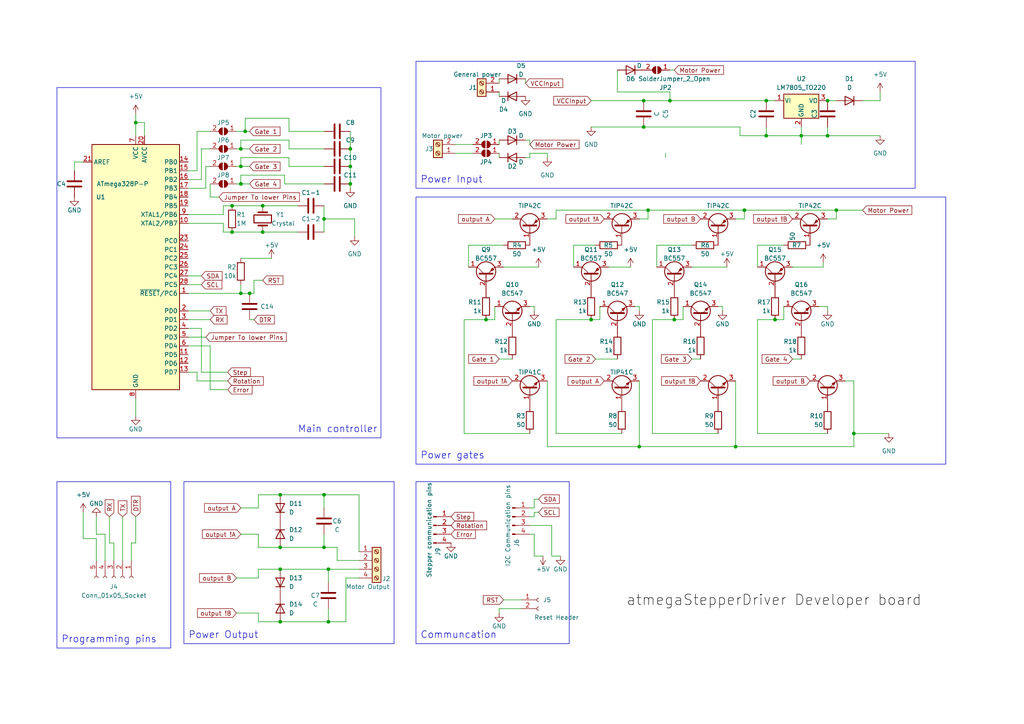
<source format=kicad_sch>
(kicad_sch (version 20230121) (generator eeschema)
  (paper "A4")
  (title_block (title "atmegaStepperDriver Developer board") (date "2023-08-09") (rev "v0.7.1"))
  (junction (at 69.85 53.34))
  (junction (at 101.6 48.26))
  (junction (at 76.2 67.31))
  (junction (at 81.28 158.75))
  (junction (at 93.98 143.51))
  (junction (at 213.36 129.54))
  (junction (at 67.31 67.31))
  (junction (at 39.37 35.56))
  (junction (at 101.6 43.18))
  (junction (at 93.98 63.5))
  (junction (at 224.79 92.71))
  (junction (at 186.69 36.83))
  (junction (at 69.85 85.09))
  (junction (at 185.42 129.54))
  (junction (at 247.65 125.73))
  (junction (at 232.41 39.37))
  (junction (at 67.31 59.69))
  (junction (at 76.2 59.69))
  (junction (at 71.12 38.1))
  (junction (at 240.03 39.37))
  (junction (at 140.97 92.71))
  (junction (at 222.25 29.21))
  (junction (at 69.85 43.18))
  (junction (at 93.98 158.75))
  (junction (at 81.28 165.1))
  (junction (at 194.31 29.21))
  (junction (at 195.58 92.71))
  (junction (at 101.6 53.34))
  (junction (at 171.45 92.71))
  (junction (at 187.96 60.96))
  (junction (at 95.25 165.1))
  (junction (at 95.25 180.34))
  (junction (at 215.9 60.96))
  (junction (at 81.28 143.51))
  (junction (at 81.28 180.34))
  (junction (at 222.25 39.37))
  (junction (at 242.57 60.96))
  (junction (at 69.85 48.26))
  (junction (at 240.03 29.21))
  (junction (at 186.69 29.21))
  (junction (at 72.39 85.09))
  (wire (pts (xy 185.42 88.9) (xy 184.15 88.9)))
  (wire (pts (xy 31.75 149.86) (xy 31.75 157.48)))
  (wire (pts (xy 60.96 38.1) (xy 57.15 38.1)))
  (wire (pts (xy 171.45 29.21) (xy 186.69 29.21)))
  (wire (pts (xy 242.57 60.96) (xy 242.57 63.5)))
  (wire (pts (xy 69.85 154.94) (xy 74.93 154.94)))
  (wire (pts (xy 161.29 60.96) (xy 187.96 60.96)))
  (wire (pts (xy 58.42 107.95) (xy 66.04 107.95)))
  (wire (pts (xy 39.37 157.48) (xy 38.1 157.48)))
  (wire (pts (xy 39.37 149.86) (xy 39.37 157.48)))
  (wire (pts (xy 60.96 53.34) (xy 60.96 57.15)))
  (wire (pts (xy 242.57 29.21) (xy 240.03 29.21)))
  (wire (pts (xy 93.98 154.94) (xy 93.98 158.75)))
  (wire (pts (xy 158.75 110.49) (xy 158.75 129.54)))
  (wire (pts (xy 54.61 52.07) (xy 58.42 52.07)))
  (wire (pts (xy 82.55 53.34) (xy 82.55 50.8)))
  (wire (pts (xy 83.82 34.29) (xy 71.12 34.29)))
  (wire (pts (xy 73.66 85.09) (xy 72.39 85.09)))
  (wire (pts (xy 69.85 53.34) (xy 72.39 53.34)))
  (wire (pts (xy 132.08 41.91) (xy 137.16 41.91)))
  (wire (pts (xy 146.05 173.99) (xy 151.13 173.99)))
  (wire (pts (xy 153.67 45.72) (xy 153.67 44.45)))
  (wire (pts (xy 81.28 180.34) (xy 95.25 180.34)))
  (wire (pts (xy 195.58 20.32) (xy 194.31 20.32)))
  (wire (pts (xy 242.57 60.96) (xy 250.19 60.96)))
  (wire (pts (xy 71.12 34.29) (xy 71.12 38.1)))
  (wire (pts (xy 161.29 92.71) (xy 171.45 92.71)))
  (wire (pts (xy 219.71 71.12) (xy 219.71 77.47)))
  (wire (pts (xy 161.29 63.5) (xy 158.75 63.5)))
  (wire (pts (xy 82.55 50.8) (xy 69.85 50.8)))
  (wire (pts (xy 187.96 60.96) (xy 187.96 63.5)))
  (wire (pts (xy 104.14 160.02) (xy 104.14 143.51)))
  (wire (pts (xy 179.07 20.32) (xy 179.07 26.67)))
  (wire (pts (xy 57.15 110.49) (xy 66.04 110.49)))
  (wire (pts (xy 74.93 180.34) (xy 81.28 180.34)))
  (wire (pts (xy 240.03 39.37) (xy 255.27 39.37)))
  (wire (pts (xy 27.94 156.21) (xy 24.13 156.21)))
  (wire (pts (xy 172.72 71.12) (xy 166.37 71.12)))
  (wire (pts (xy 83.82 40.64) (xy 69.85 40.64)))
  (wire (pts (xy 143.51 63.5) (xy 148.59 63.5)))
  (wire (pts (xy 100.33 180.34) (xy 100.33 167.64)))
  (wire (pts (xy 27.94 149.86) (xy 27.94 154.94)))
  (wire (pts (xy 200.66 71.12) (xy 190.5 71.12)))
  (wire (pts (xy 186.69 36.83) (xy 214.63 36.83)))
  (wire (pts (xy 95.25 180.34) (xy 100.33 180.34)))
  (wire (pts (xy 238.76 77.47) (xy 238.76 76.2)))
  (wire (pts (xy 95.25 165.1) (xy 95.25 168.91)))
  (wire (pts (xy 58.42 43.18) (xy 58.42 52.07)))
  (wire (pts (xy 213.36 129.54) (xy 247.65 129.54)))
  (wire (pts (xy 219.71 125.73) (xy 219.71 92.71)))
  (wire (pts (xy 157.48 161.29) (xy 154.94 161.29)))
  (wire (pts (xy 39.37 115.57) (xy 39.37 120.65)))
  (wire (pts (xy 100.33 167.64) (xy 104.14 167.64)))
  (wire (pts (xy 81.28 143.51) (xy 74.93 143.51)))
  (wire (pts (xy 93.98 43.18) (xy 83.82 43.18)))
  (wire (pts (xy 172.72 104.14) (xy 179.07 104.14)))
  (wire (pts (xy 24.13 156.21) (xy 24.13 148.59)))
  (wire (pts (xy 69.85 43.18) (xy 72.39 43.18)))
  (wire (pts (xy 134.62 125.73) (xy 134.62 92.71)))
  (wire (pts (xy 93.98 38.1) (xy 83.82 38.1)))
  (wire (pts (xy 154.94 161.29) (xy 154.94 154.94)))
  (wire (pts (xy 152.4 45.72) (xy 153.67 45.72)))
  (wire (pts (xy 158.75 129.54) (xy 185.42 129.54)))
  (wire (pts (xy 154.94 147.32) (xy 153.67 147.32)))
  (wire (pts (xy 76.2 59.69) (xy 86.36 59.69)))
  (wire (pts (xy 229.87 104.14) (xy 232.41 104.14)))
  (wire (pts (xy 101.6 43.18) (xy 101.6 48.26)))
  (wire (pts (xy 189.23 92.71) (xy 189.23 125.73)))
  (wire (pts (xy 156.21 77.47) (xy 146.05 77.47)))
  (wire (pts (xy 247.65 110.49) (xy 247.65 125.73)))
  (wire (pts (xy 144.78 40.64) (xy 144.78 41.91)))
  (wire (pts (xy 101.6 38.1) (xy 101.6 43.18)))
  (wire (pts (xy 54.61 100.33) (xy 60.96 100.33)))
  (wire (pts (xy 166.37 71.12) (xy 166.37 77.47)))
  (wire (pts (xy 54.61 82.55) (xy 58.42 82.55)))
  (wire (pts (xy 95.25 176.53) (xy 95.25 180.34)))
  (wire (pts (xy 214.63 36.83) (xy 214.63 39.37)))
  (wire (pts (xy 140.97 92.71) (xy 143.51 92.71)))
  (wire (pts (xy 54.61 90.17) (xy 60.96 90.17)))
  (wire (pts (xy 57.15 38.1) (xy 57.15 49.53)))
  (wire (pts (xy 193.04 45.72) (xy 193.04 44.45)))
  (wire (pts (xy 54.61 80.01) (xy 58.42 80.01)))
  (wire (pts (xy 154.94 148.59) (xy 154.94 149.86)))
  (wire (pts (xy 185.42 88.9) (xy 185.42 90.17)))
  (wire (pts (xy 35.56 149.86) (xy 35.56 162.56)))
  (wire (pts (xy 173.99 92.71) (xy 171.45 92.71)))
  (wire (pts (xy 222.25 39.37) (xy 232.41 39.37)))
  (wire (pts (xy 154.94 144.78) (xy 154.94 147.32)))
  (wire (pts (xy 153.67 40.64) (xy 153.67 41.91)))
  (wire (pts (xy 74.93 165.1) (xy 81.28 165.1)))
  (wire (pts (xy 69.85 147.32) (xy 74.93 147.32)))
  (wire (pts (xy 97.79 158.75) (xy 93.98 158.75)))
  (wire (pts (xy 237.49 88.9) (xy 240.03 88.9)))
  (wire (pts (xy 102.87 63.5) (xy 102.87 68.58)))
  (wire (pts (xy 187.96 63.5) (xy 185.42 63.5)))
  (wire (pts (xy 222.25 29.21) (xy 224.79 29.21)))
  (wire (pts (xy 180.34 125.73) (xy 161.29 125.73)))
  (wire (pts (xy 39.37 35.56) (xy 39.37 39.37)))
  (wire (pts (xy 93.98 53.34) (xy 82.55 53.34)))
  (wire (pts (xy 83.82 34.29) (xy 83.82 38.1)))
  (wire (pts (xy 232.41 41.91) (xy 232.41 39.37)))
  (wire (pts (xy 189.23 125.73) (xy 208.28 125.73)))
  (wire (pts (xy 69.85 48.26) (xy 72.39 48.26)))
  (wire (pts (xy 161.29 92.71) (xy 161.29 125.73)))
  (wire (pts (xy 158.75 44.45) (xy 158.75 45.72)))
  (wire (pts (xy 144.78 176.53) (xy 144.78 177.8)))
  (wire (pts (xy 213.36 110.49) (xy 213.36 129.54)))
  (wire (pts (xy 247.65 110.49) (xy 245.11 110.49)))
  (wire (pts (xy 132.08 44.45) (xy 137.16 44.45)))
  (wire (pts (xy 247.65 125.73) (xy 257.81 125.73)))
  (wire (pts (xy 54.61 54.61) (xy 59.69 54.61)))
  (wire (pts (xy 68.58 43.18) (xy 69.85 43.18)))
  (wire (pts (xy 38.1 157.48) (xy 38.1 162.56)))
  (wire (pts (xy 41.91 39.37) (xy 41.91 35.56)))
  (wire (pts (xy 144.78 104.14) (xy 148.59 104.14)))
  (wire (pts (xy 31.75 157.48) (xy 33.02 157.48)))
  (wire (pts (xy 160.02 161.29) (xy 162.56 161.29)))
  (wire (pts (xy 153.67 44.45) (xy 158.75 44.45)))
  (wire (pts (xy 194.31 29.21) (xy 222.25 29.21)))
  (wire (pts (xy 160.02 152.4) (xy 153.67 152.4)))
  (wire (pts (xy 143.51 88.9) (xy 143.51 92.71)))
  (wire (pts (xy 198.12 88.9) (xy 198.12 92.71)))
  (wire (pts (xy 154.94 88.9) (xy 154.94 90.17)))
  (wire (pts (xy 69.85 45.72) (xy 69.85 48.26)))
  (wire (pts (xy 154.94 88.9) (xy 153.67 88.9)))
  (wire (pts (xy 144.78 22.86) (xy 144.78 24.13)))
  (wire (pts (xy 60.96 57.15) (xy 63.5 57.15)))
  (wire (pts (xy 24.13 46.99) (xy 21.59 46.99)))
  (wire (pts (xy 39.37 33.02) (xy 39.37 35.56)))
  (wire (pts (xy 60.96 100.33) (xy 60.96 113.03)))
  (wire (pts (xy 219.71 92.71) (xy 224.79 92.71)))
  (wire (pts (xy 101.6 48.26) (xy 101.6 53.34)))
  (wire (pts (xy 187.96 60.96) (xy 215.9 60.96)))
  (wire (pts (xy 210.82 77.47) (xy 200.66 77.47)))
  (wire (pts (xy 209.55 88.9) (xy 209.55 90.17)))
  (wire (pts (xy 27.94 154.94) (xy 30.48 154.94)))
  (wire (pts (xy 54.61 95.25) (xy 58.42 95.25)))
  (wire (pts (xy 54.61 62.23) (xy 64.77 62.23)))
  (wire (pts (xy 69.85 74.93) (xy 78.74 74.93)))
  (wire (pts (xy 134.62 125.73) (xy 153.67 125.73)))
  (wire (pts (xy 68.58 48.26) (xy 69.85 48.26)))
  (wire (pts (xy 182.88 77.47) (xy 176.53 77.47)))
  (wire (pts (xy 154.94 154.94) (xy 153.67 154.94)))
  (wire (pts (xy 93.98 59.69) (xy 93.98 63.5)))
  (wire (pts (xy 30.48 162.56) (xy 30.48 154.94)))
  (wire (pts (xy 60.96 113.03) (xy 66.04 113.03)))
  (wire (pts (xy 185.42 110.49) (xy 185.42 129.54)))
  (wire (pts (xy 214.63 39.37) (xy 222.25 39.37)))
  (wire (pts (xy 215.9 63.5) (xy 213.36 63.5)))
  (wire (pts (xy 69.85 40.64) (xy 69.85 43.18)))
  (wire (pts (xy 69.85 85.09) (xy 72.39 85.09)))
  (wire (pts (xy 81.28 165.1) (xy 95.25 165.1)))
  (wire (pts (xy 144.78 45.72) (xy 144.78 44.45)))
  (wire (pts (xy 227.33 71.12) (xy 219.71 71.12)))
  (wire (pts (xy 134.62 92.71) (xy 140.97 92.71)))
  (wire (pts (xy 101.6 53.34) (xy 101.6 54.61)))
  (wire (pts (xy 102.87 63.5) (xy 93.98 63.5)))
  (wire (pts (xy 240.03 88.9) (xy 240.03 90.17)))
  (wire (pts (xy 179.07 26.67) (xy 194.31 26.67)))
  (wire (pts (xy 69.85 82.55) (xy 69.85 85.09)))
  (wire (pts (xy 97.79 162.56) (xy 97.79 158.75)))
  (wire (pts (xy 54.61 107.95) (xy 57.15 107.95)))
  (wire (pts (xy 154.94 149.86) (xy 153.67 149.86)))
  (wire (pts (xy 219.71 125.73) (xy 240.03 125.73)))
  (wire (pts (xy 74.93 143.51) (xy 74.93 147.32)))
  (wire (pts (xy 73.66 92.71) (xy 72.39 92.71)))
  (wire (pts (xy 215.9 60.96) (xy 242.57 60.96)))
  (wire (pts (xy 67.31 67.31) (xy 76.2 67.31)))
  (wire (pts (xy 161.29 60.96) (xy 161.29 63.5)))
  (wire (pts (xy 250.19 29.21) (xy 255.27 29.21)))
  (wire (pts (xy 224.79 92.71) (xy 227.33 92.71)))
  (wire (pts (xy 156.21 148.59) (xy 154.94 148.59)))
  (wire (pts (xy 73.66 81.28) (xy 73.66 85.09)))
  (wire (pts (xy 59.69 48.26) (xy 59.69 54.61)))
  (wire (pts (xy 74.93 165.1) (xy 74.93 167.64)))
  (wire (pts (xy 173.99 88.9) (xy 173.99 92.71)))
  (wire (pts (xy 21.59 46.99) (xy 21.59 49.53)))
  (wire (pts (xy 93.98 158.75) (xy 81.28 158.75)))
  (wire (pts (xy 104.14 162.56) (xy 97.79 162.56)))
  (wire (pts (xy 160.02 161.29) (xy 160.02 152.4)))
  (wire (pts (xy 64.77 67.31) (xy 67.31 67.31)))
  (wire (pts (xy 54.61 97.79) (xy 59.69 97.79)))
  (wire (pts (xy 83.82 43.18) (xy 83.82 40.64)))
  (wire (pts (xy 57.15 107.95) (xy 57.15 110.49)))
  (wire (pts (xy 54.61 92.71) (xy 60.96 92.71)))
  (wire (pts (xy 189.23 92.71) (xy 195.58 92.71)))
  (wire (pts (xy 247.65 125.73) (xy 247.65 129.54)))
  (wire (pts (xy 194.31 26.67) (xy 194.31 29.21)))
  (wire (pts (xy 69.85 50.8) (xy 69.85 53.34)))
  (wire (pts (xy 93.98 143.51) (xy 93.98 147.32)))
  (wire (pts (xy 153.67 40.64) (xy 152.4 40.64)))
  (wire (pts (xy 54.61 64.77) (xy 64.77 64.77)))
  (wire (pts (xy 104.14 143.51) (xy 93.98 143.51)))
  (wire (pts (xy 146.05 71.12) (xy 135.89 71.12)))
  (wire (pts (xy 232.41 39.37) (xy 232.41 36.83)))
  (wire (pts (xy 185.42 129.54) (xy 213.36 129.54)))
  (wire (pts (xy 76.2 67.31) (xy 86.36 67.31)))
  (wire (pts (xy 135.89 71.12) (xy 135.89 77.47)))
  (wire (pts (xy 68.58 38.1) (xy 71.12 38.1)))
  (wire (pts (xy 64.77 59.69) (xy 67.31 59.69)))
  (wire (pts (xy 27.94 156.21) (xy 27.94 162.56)))
  (wire (pts (xy 240.03 36.83) (xy 240.03 39.37)))
  (wire (pts (xy 152.4 22.86) (xy 152.4 24.13)))
  (wire (pts (xy 215.9 60.96) (xy 215.9 63.5)))
  (wire (pts (xy 186.69 29.21) (xy 194.31 29.21)))
  (wire (pts (xy 74.93 154.94) (xy 74.93 158.75)))
  (wire (pts (xy 222.25 36.83) (xy 222.25 39.37)))
  (wire (pts (xy 209.55 88.9) (xy 208.28 88.9)))
  (wire (pts (xy 227.33 88.9) (xy 227.33 92.71)))
  (wire (pts (xy 57.15 49.53) (xy 54.61 49.53)))
  (wire (pts (xy 74.93 177.8) (xy 74.93 180.34)))
  (wire (pts (xy 60.96 48.26) (xy 59.69 48.26)))
  (wire (pts (xy 151.13 176.53) (xy 144.78 176.53)))
  (wire (pts (xy 93.98 48.26) (xy 83.82 48.26)))
  (wire (pts (xy 64.77 67.31) (xy 64.77 64.77)))
  (wire (pts (xy 190.5 71.12) (xy 190.5 77.47)))
  (wire (pts (xy 58.42 43.18) (xy 60.96 43.18)))
  (wire (pts (xy 171.45 36.83) (xy 186.69 36.83)))
  (wire (pts (xy 67.31 59.69) (xy 76.2 59.69)))
  (wire (pts (xy 83.82 48.26) (xy 83.82 45.72)))
  (wire (pts (xy 195.58 92.71) (xy 198.12 92.71)))
  (wire (pts (xy 83.82 45.72) (xy 69.85 45.72)))
  (wire (pts (xy 41.91 35.56) (xy 39.37 35.56)))
  (wire (pts (xy 95.25 165.1) (xy 104.14 165.1)))
  (wire (pts (xy 156.21 144.78) (xy 154.94 144.78)))
  (wire (pts (xy 68.58 167.64) (xy 74.93 167.64)))
  (wire (pts (xy 69.85 53.34) (xy 68.58 53.34)))
  (wire (pts (xy 64.77 62.23) (xy 64.77 59.69)))
  (wire (pts (xy 203.2 104.14) (xy 200.66 104.14)))
  (wire (pts (xy 68.58 177.8) (xy 74.93 177.8)))
  (wire (pts (xy 73.66 81.28) (xy 76.2 81.28)))
  (wire (pts (xy 54.61 85.09) (xy 69.85 85.09)))
  (wire (pts (xy 58.42 95.25) (xy 58.42 107.95)))
  (wire (pts (xy 232.41 39.37) (xy 240.03 39.37)))
  (wire (pts (xy 255.27 26.67) (xy 255.27 29.21)))
  (wire (pts (xy 74.93 158.75) (xy 81.28 158.75)))
  (wire (pts (xy 71.12 38.1) (xy 72.39 38.1)))
  (wire (pts (xy 229.87 77.47) (xy 238.76 77.47)))
  (wire (pts (xy 144.78 27.94) (xy 144.78 26.67)))
  (wire (pts (xy 242.57 63.5) (xy 240.03 63.5)))
  (wire (pts (xy 93.98 63.5) (xy 93.98 67.31)))
  (wire (pts (xy 93.98 143.51) (xy 81.28 143.51)))
  (wire (pts (xy 33.02 157.48) (xy 33.02 162.56)))
  (rectangle (start 53.34 139.7) (end 114.3 186.69))
  (rectangle (start 120.65 139.7) (end 165.1 186.69))
  (rectangle (start 16.51 25.4) (end 110.49 127))
  (rectangle (start 120.65 57.15) (end 274.32 134.62))
  (rectangle (start 16.51 139.7) (end 49.53 187.96))
  (rectangle (start 120.65 17.78) (end 265.43 54.61) (stroke (width 0.15)))
  (text "Main controller\n" (at 86.36 125.73 0) (effects (font (size 2 2)) (justify left bottom)))
  (text "Power Input\n" (at 121.92 53.34 0) (effects (font (size 2 2)) (justify left bottom)))
  (text "Programming pins\n" (at 17.78 186.69 0) (effects (font (size 2 2)) (justify left bottom)))
  (text "Communcation\n" (at 121.92 185.42 0) (effects (font (size 2 2)) (justify left bottom)))
  (text "Power Output\n" (at 54.61 185.42 0) (effects (font (size 2 2)) (justify left bottom)))
  (text "Power gates\n" (at 121.92 133.35 0) (effects (font (size 2 2)) (justify left bottom)))
  (label "atmegaStepperDriver Developer board" (at 181.61 176.53 0) (effects (font (size 3 3))))
  (global_label "DTR" (shape input) (at 39.37 149.86 90) (property "Intersheetrefs" "${INTERSHEET_REFS}" (effects hide)))
  (global_label "Step" (shape input) (at 66.04 107.95 0) (property "Intersheetrefs" "${INTERSHEET_REFS}" (effects hide)))
  (global_label "SDA" (shape input) (at 58.42 80.01 0) (property "Intersheetrefs" "${INTERSHEET_REFS}" (effects hide)))
  (global_label "output A" (shape input) (at 175.26 110.49 180) (property "Intersheetrefs" "${INTERSHEET_REFS}" (effects hide)))
  (global_label "Gate 2" (shape input) (at 172.72 104.14 180) (property "Intersheetrefs" "${INTERSHEET_REFS}" (effects hide)))
  (global_label "Gate 1" (shape input) (at 72.39 38.1 0) (property "Intersheetrefs" "${INTERSHEET_REFS}" (effects hide)))
  (global_label "output B" (shape input) (at 68.58 167.64 180) (property "Intersheetrefs" "${INTERSHEET_REFS}" (effects hide)))
  (global_label "Jumper To lower Pins" (shape input) (at 63.5 57.15 0) (property "Intersheetrefs" "${INTERSHEET_REFS}" (effects hide)))
  (global_label "DTR" (shape input) (at 73.66 92.71 0) (property "Intersheetrefs" "${INTERSHEET_REFS}" (effects hide)))
  (global_label "output B" (shape input) (at 203.2 63.5 180) (property "Intersheetrefs" "${INTERSHEET_REFS}" (effects hide)))
  (global_label "RX" (shape input) (at 60.96 92.71 0) (property "Intersheetrefs" "${INTERSHEET_REFS}" (effects hide)))
  (global_label "Motor Power" (shape input) (at 195.58 20.32 0) (property "Intersheetrefs" "${INTERSHEET_REFS}" (effects hide)))
  (global_label "output A" (shape input) (at 69.85 147.32 180) (property "Intersheetrefs" "${INTERSHEET_REFS}" (effects hide)))
  (global_label "TX" (shape input) (at 60.96 90.17 0) (property "Intersheetrefs" "${INTERSHEET_REFS}" (effects hide)))
  (global_label "RST" (shape input) (at 146.05 173.99 180) (property "Intersheetrefs" "${INTERSHEET_REFS}" (effects hide)))
  (global_label "output !A" (shape input) (at 69.85 154.94 180) (property "Intersheetrefs" "${INTERSHEET_REFS}" (effects hide)))
  (global_label "Rotation" (shape input) (at 66.04 110.49 0) (property "Intersheetrefs" "${INTERSHEET_REFS}" (effects hide)))
  (global_label "Gate 3" (shape input) (at 72.39 48.26 0) (property "Intersheetrefs" "${INTERSHEET_REFS}" (effects hide)))
  (global_label "SCL" (shape input) (at 156.21 148.59 0) (property "Intersheetrefs" "${INTERSHEET_REFS}" (effects hide)))
  (global_label "output !B" (shape input) (at 229.87 63.5 180) (property "Intersheetrefs" "${INTERSHEET_REFS}" (effects hide)))
  (global_label "Gate 3" (shape input) (at 200.66 104.14 180) (property "Intersheetrefs" "${INTERSHEET_REFS}" (effects hide)))
  (global_label "Rotation" (shape input) (at 130.81 152.4 0) (property "Intersheetrefs" "${INTERSHEET_REFS}" (effects hide)))
  (global_label "VCCInput" (shape input) (at 171.45 29.21 180) (property "Intersheetrefs" "${INTERSHEET_REFS}" (effects hide)))
  (global_label "output !B" (shape input) (at 203.2 110.49 180) (property "Intersheetrefs" "${INTERSHEET_REFS}" (effects hide)))
  (global_label "TX" (shape input) (at 35.56 149.86 90) (property "Intersheetrefs" "${INTERSHEET_REFS}" (effects hide)))
  (global_label "Gate 4" (shape input) (at 229.87 104.14 180) (property "Intersheetrefs" "${INTERSHEET_REFS}" (effects hide)))
  (global_label "Gate 2" (shape input) (at 72.39 43.18 0) (property "Intersheetrefs" "${INTERSHEET_REFS}" (effects hide)))
  (global_label "Gate 4" (shape input) (at 72.39 53.34 0) (property "Intersheetrefs" "${INTERSHEET_REFS}" (effects hide)))
  (global_label "SDA" (shape input) (at 156.21 144.78 0) (property "Intersheetrefs" "${INTERSHEET_REFS}" (effects hide)))
  (global_label "Motor Power" (shape input) (at 153.67 41.91 0) (property "Intersheetrefs" "${INTERSHEET_REFS}" (effects hide)))
  (global_label "RST" (shape input) (at 76.2 81.28 0) (property "Intersheetrefs" "${INTERSHEET_REFS}" (effects hide)))
  (global_label "VCCInput" (shape input) (at 152.4 24.13 0) (property "Intersheetrefs" "${INTERSHEET_REFS}" (effects hide)))
  (global_label "output !A" (shape input) (at 148.59 110.49 180) (property "Intersheetrefs" "${INTERSHEET_REFS}" (effects hide)))
  (global_label "Jumper To lower Pins" (shape input) (at 59.69 97.79 0) (property "Intersheetrefs" "${INTERSHEET_REFS}" (effects hide)))
  (global_label "RX" (shape input) (at 31.75 149.86 90) (property "Intersheetrefs" "${INTERSHEET_REFS}" (effects hide)))
  (global_label "Error" (shape input) (at 130.81 154.94 0) (property "Intersheetrefs" "${INTERSHEET_REFS}" (effects hide)))
  (global_label "Motor Power" (shape input) (at 250.19 60.96 0) (property "Intersheetrefs" "${INTERSHEET_REFS}" (effects hide)))
  (global_label "output A" (shape input) (at 143.51 63.5 180) (property "Intersheetrefs" "${INTERSHEET_REFS}" (effects hide)))
  (global_label "output B" (shape input) (at 234.95 110.49 180) (property "Intersheetrefs" "${INTERSHEET_REFS}" (effects hide)))
  (global_label "output !A" (shape input) (at 175.26 63.5 180) (property "Intersheetrefs" "${INTERSHEET_REFS}" (effects hide)))
  (global_label "Error" (shape input) (at 66.04 113.03 0) (property "Intersheetrefs" "${INTERSHEET_REFS}" (effects hide)))
  (global_label "Gate 1" (shape input) (at 144.78 104.14 180) (property "Intersheetrefs" "${INTERSHEET_REFS}" (effects hide)))
  (global_label "Step" (shape input) (at 130.81 149.86 0) (property "Intersheetrefs" "${INTERSHEET_REFS}" (effects hide)))
  (global_label "output !B" (shape input) (at 68.58 177.8 180) (property "Intersheetrefs" "${INTERSHEET_REFS}" (effects hide)))
  (global_label "SCL" (shape input) (at 58.42 82.55 0) (property "Intersheetrefs" "${INTERSHEET_REFS}" (effects hide)))
  (symbol (lib_id "Jumper:SolderJumper_2_Open") (at 140.97 44.45 180) (unit 1)
    (property "Reference" "JP4" (at 140.97 46.99 0))
    (property "Value" "SolderJumper_2_Open" (effects hide))
    (property "Footprint" "Jumper:SolderJumper-2_P1.3mm_Open_RoundedPad1.0x1.5mm" (effects hide))
  )
  (symbol (lib_id "power:+5V") (at 210.82 77.47 0) (unit 1)
    (property "Reference" "#PWR016" (effects hide))
    (property "Value" "+5V" (at 210.82 73.66 0))
  )
  (symbol (lib_id "power:GND") (at 27.94 149.86 180) (unit 1)
    (property "Reference" "#PWR011" (effects hide))
    (property "Value" "GND" (at 27.94 146.05 0))
  )
  (symbol (lib_id "power:+5V") (at 39.37 33.02 0) (unit 1)
    (property "Reference" "#PWR04" (effects hide))
    (property "Value" "+5V" (at 39.37 27.94 0))
  )
  (symbol (lib_id "power:GND") (at 162.56 161.29 0) (unit 1)
    (property "Reference" "#PWR022" (effects hide))
    (property "Value" "GND" (at 162.56 165.1 0))
  )
  (symbol (lib_id "Jumper:SolderJumper_2_Open") (at 64.77 43.18 180) (unit 1)
    (property "Reference" "JP6" (at 64.77 40.64 0))
    (property "Value" "SolderJumper_2_Open" (effects hide))
    (property "Footprint" "Jumper:SolderJumper-2_P1.3mm_Open_RoundedPad1.0x1.5mm" (effects hide))
  )
  (symbol (lib_id "Jumper:SolderJumper_2_Open") (at 64.77 53.34 180) (unit 1)
    (property "Reference" "JP8" (at 64.77 50.8 0))
    (property "Value" "SolderJumper_2_Open" (effects hide))
    (property "Footprint" "Jumper:SolderJumper-2_P1.3mm_Open_RoundedPad1.0x1.5mm" (effects hide))
  )
  (symbol (lib_id "Device:R") (at 69.85 78.74 180) (unit 1)
    (property "Reference" "R2" (at 68.58 77.47 0) (effects (justify left)))
    (property "Value" "10k" (at 68.58 80.01 0) (effects (justify left)))
    (property "Footprint" "Resistor_THT:R_Axial_DIN0207_L6.3mm_D2.5mm_P10.16mm_Horizontal" (effects hide))
  )
  (symbol (lib_id "Device:D") (at 148.59 40.64 180) (unit 1)
    (property "Reference" "D3" (at 148.59 38.1 0))
    (property "Value" "D" (at 151.13 39.37 0))
    (property "Footprint" "Diode_THT:D_A-405_P7.62mm_Horizontal" (effects hide))
    (property "Sim.Device" "D" (effects hide))
    (property "Sim.Pins" "1=K 2=A" (effects hide))
  )
  (symbol (lib_id "Connector:Conn_01x05_Socket") (at 33.02 167.64 270) (unit 1)
    (property "Reference" "J4" (at 33.02 170.18 90))
    (property "Value" "Conn_01x05_Socket" (at 33.02 172.72 90))
    (property "Footprint" "Connector_PinHeader_2.54mm:PinHeader_1x05_P2.54mm_Vertical" (effects hide))
  )
  (symbol (lib_id "Transistor_BJT:BC557") (at 195.58 80.01 90) (unit 1)
    (property "Reference" "Q13" (at 195.58 72.39 90))
    (property "Value" "BC557" (at 195.58 74.93 90))
    (property "Footprint" "Package_TO_SOT_THT:TO-92_Inline" (effects hide))
    (property "Datasheet" "https://www.onsemi.com/pub/Collateral/BC556BTA-D.pdf" (effects hide))
  )
  (symbol (lib_id "Device:R") (at 176.53 71.12 90) (unit 1)
    (property "Reference" "R5" (at 177.8 71.12 90) (effects (justify left)))
    (property "Value" "50" (at 177.8 73.66 90) (effects (justify left)))
    (property "Footprint" "Resistor_THT:R_Axial_DIN0207_L6.3mm_D2.5mm_P10.16mm_Horizontal" (effects hide))
  )
  (symbol (lib_id "Transistor_BJT:TIP41C") (at 208.28 113.03 90) (unit 1)
    (property "Reference" "Q7" (effects hide))
    (property "Value" "TIP41C" (effects hide))
    (property "Footprint" "Package_TO_SOT_THT:TO-220-3_Vertical" (effects hide))
    (property "Datasheet" "https://www.centralsemi.com/get_document.php?cmp=1&mergetype=pd&mergepath=pd&pdf_id=tip41.PDF" (effects hide))
  )
  (symbol (lib_id "Device:D") (at 81.28 154.94 270) (unit 1)
    (property "Reference" "D12" (at 83.82 153.67 90) (effects (justify left)))
    (property "Value" "D" (at 83.82 156.21 90) (effects (justify left)))
    (property "Footprint" "Diode_THT:D_A-405_P7.62mm_Horizontal" (effects hide))
    (property "Sim.Device" "D" (effects hide))
    (property "Sim.Pins" "1=K 2=A" (effects hide))
  )
  (symbol (lib_id "power:+5V") (at 156.21 77.47 0) (unit 1)
    (property "Reference" "#PWR012" (effects hide))
    (property "Value" "+5V" (at 156.21 72.39 0))
  )
  (symbol (lib_id "Transistor_BJT:BC547") (at 148.59 91.44 90) (unit 1)
    (property "Reference" "Q10" (at 148.59 82.55 90))
    (property "Value" "BC547" (at 148.59 85.09 90))
    (property "Footprint" "Package_TO_SOT_THT:TO-92_Inline" (effects hide))
    (property "Datasheet" "https://www.onsemi.com/pub/Collateral/BC550-D.pdf" (effects hide))
  )
  (symbol (lib_id "Device:C") (at 222.25 33.02 180) (unit 1)
    (property "Reference" "C2" (at 218.44 33.02 90))
    (property "Value" "C" (effects hide))
    (property "Footprint" "Capacitor_THT:C_Disc_D5.0mm_W2.5mm_P2.50mm" (effects hide))
  )
  (symbol (lib_id "Connector:Screw_Terminal_01x02") (at 139.7 26.67 180) (unit 1)
    (property "Reference" "J1" (at 137.16 25.4 0))
    (property "Value" "General power" (at 138.43 21.59 0))
    (property "Footprint" "TerminalBlock_Phoenix:TerminalBlock_Phoenix_MKDS-1,5-2_1x02_P5.00mm_Horizontal" (effects hide))
  )
  (symbol (lib_id "Connector:Screw_Terminal_01x04") (at 109.22 162.56 0) (unit 1)
    (property "Reference" "J2" (at 110.8297 167.8584 0) (effects (justify left)))
    (property "Value" "Motor Output" (at 100.33 170.18 0) (effects (justify left)))
    (property "Footprint" "TerminalBlock:TerminalBlock_bornier-4_P5.08mm" (effects hide))
  )
  (symbol (lib_id "Device:C") (at 93.98 151.13 180) (unit 1)
    (property "Reference" "C6" (at 97.79 151.13 0))
    (property "Value" "C" (at 97.79 153.67 0))
    (property "Footprint" "Capacitor_THT:C_Disc_D5.0mm_W2.5mm_P2.50mm" (effects hide))
  )
  (symbol (lib_id "power:GND") (at 101.6 54.61 0) (unit 1)
    (property "Reference" "#PWR021" (effects hide))
    (property "Value" "GND" (at 101.6 59.69 0))
  )
  (symbol (lib_id "Connector:Conn_01x04_Pin") (at 148.59 149.86 0) (unit 1)
    (property "Reference" "J6" (at 149.86 157.48 90))
    (property "Value" "I2C Communication pins" (at 147.32 152.4 90))
    (property "Footprint" "Connector_PinHeader_2.54mm:PinHeader_1x04_P2.54mm_Vertical" (effects hide))
  )
  (symbol (lib_id "power:GND") (at 130.81 157.48 0) (unit 1)
    (property "Reference" "#PWR024" (effects hide))
    (property "Value" "GND" (at 130.81 161.29 0))
  )
  (symbol (lib_id "Device:R") (at 140.97 88.9 180) (unit 1)
    (property "Reference" "R11" (at 139.7 87.63 0) (effects (justify left)))
    (property "Value" "1k" (at 139.7 90.17 0) (effects (justify left)))
    (property "Footprint" "Resistor_THT:R_Axial_DIN0207_L6.3mm_D2.5mm_P10.16mm_Horizontal" (effects hide))
  )
  (symbol (lib_id "Device:R") (at 203.2 100.33 180) (unit 1)
    (property "Reference" "R16" (at 201.93 99.06 0) (effects (justify left)))
    (property "Value" "1k" (at 201.93 101.6 0) (effects (justify left)))
    (property "Footprint" "Resistor_THT:R_Axial_DIN0207_L6.3mm_D2.5mm_P10.16mm_Horizontal" (effects hide))
  )
  (symbol (lib_id "Jumper:SolderJumper_2_Open") (at 64.77 48.26 180) (unit 1)
    (property "Reference" "JP7" (at 64.77 45.72 0))
    (property "Value" "SolderJumper_2_Open" (effects hide))
    (property "Footprint" "Jumper:SolderJumper-2_P1.3mm_Open_RoundedPad1.0x1.5mm" (effects hide))
  )
  (symbol (lib_id "power:GND") (at 209.55 90.17 0) (unit 1)
    (property "Reference" "#PWR017" (effects hide))
    (property "Value" "GND" (at 209.55 93.98 0))
  )
  (symbol (lib_id "power:GND") (at 102.87 68.58 0) (unit 1)
    (property "Reference" "#PWR01" (effects hide))
    (property "Value" "GND" (at 102.87 73.66 0))
  )
  (symbol (lib_id "Transistor_BJT:TIP41C") (at 240.03 113.03 90) (unit 1)
    (property "Reference" "Q8" (effects hide))
    (property "Value" "TIP41C" (effects hide))
    (property "Footprint" "Package_TO_SOT_THT:TO-220-3_Vertical" (effects hide))
    (property "Datasheet" "https://www.centralsemi.com/get_document.php?cmp=1&mergetype=pd&mergepath=pd&pdf_id=tip41.PDF" (effects hide))
  )
  (symbol (lib_id "Device:C") (at 90.17 59.69 90) (unit 1)
    (property "Reference" "C1-1" (at 90.17 55.88 90))
    (property "Value" "C" (effects hide))
    (property "Footprint" "Capacitor_THT:C_Disc_D5.0mm_W2.5mm_P2.50mm" (effects hide))
  )
  (symbol (lib_id "power:+5V") (at 238.76 76.2 0) (unit 1)
    (property "Reference" "#PWR018" (effects hide))
    (property "Value" "+5V" (at 238.76 71.12 0))
  )
  (symbol (lib_id "Device:C") (at 97.79 43.18 90) (unit 1)
    (property "Reference" "C9" (at 101.6 40.64 90))
    (property "Value" "C" (effects hide))
    (property "Footprint" "Capacitor_THT:CP_Radial_D8.0mm_P3.80mm" (effects hide))
  )
  (symbol (lib_id "power:GND") (at 152.4 27.94 0) (unit 1)
    (property "Reference" "#PWR05" (effects hide))
    (property "Value" "GND" (at 152.4 33.02 0))
  )
  (symbol (lib_id "Device:R") (at 149.86 71.12 270) (unit 1)
    (property "Reference" "R4" (at 148.59 71.12 90) (effects (justify left)))
    (property "Value" "50" (at 148.59 73.66 90) (effects (justify left)))
    (property "Footprint" "Resistor_THT:R_Axial_DIN0207_L6.3mm_D2.5mm_P10.16mm_Horizontal" (effects hide))
  )
  (symbol (lib_id "Connector:Conn_01x04_Pin") (at 125.73 152.4 0) (unit 1)
    (property "Reference" "J9" (at 127 160.02 90))
    (property "Value" "Stepper communication pins" (at 124.46 153.67 90))
    (property "Footprint" "Connector_PinHeader_2.54mm:PinHeader_1x04_P2.54mm_Vertical" (effects hide))
  )
  (symbol (lib_id "Transistor_BJT:BC547") (at 203.2 91.44 90) (unit 1)
    (property "Reference" "Q14" (at 203.2 82.55 90))
    (property "Value" "BC547" (at 203.2 85.09 90))
    (property "Footprint" "Package_TO_SOT_THT:TO-92_Inline" (effects hide))
    (property "Datasheet" "https://www.onsemi.com/pub/Collateral/BC550-D.pdf" (effects hide))
  )
  (symbol (lib_id "Device:R") (at 224.79 88.9 180) (unit 1)
    (property "Reference" "R17" (at 223.52 87.63 0) (effects (justify left)))
    (property "Value" "1k" (at 223.52 90.17 0) (effects (justify left)))
    (property "Footprint" "Resistor_THT:R_Axial_DIN0207_L6.3mm_D2.5mm_P10.16mm_Horizontal" (effects hide))
  )
  (symbol (lib_id "power:GND") (at 257.81 125.73 0) (unit 1)
    (property "Reference" "#PWR026" (effects hide))
    (property "Value" "GND" (at 257.81 130.81 0))
  )
  (symbol (lib_id "power:+5V") (at 255.27 26.67 0) (unit 1)
    (property "Reference" "#PWR03" (effects hide))
    (property "Value" "+5V" (at 255.27 21.59 0))
  )
  (symbol (lib_id "Device:Crystal") (at 76.2 63.5 90) (unit 1)
    (property "Reference" "Y1" (at 80.01 62.23 90) (effects (justify right)))
    (property "Value" "Crystal" (at 78.74 64.77 90) (effects (justify right)))
    (property "Footprint" "Crystal:Crystal_HC49-U_Vertical" (effects hide))
  )
  (symbol (lib_id "Transistor_BJT:TIP41C") (at 153.67 113.03 90) (unit 1)
    (property "Reference" "Q2" (effects hide))
    (property "Value" "TIP41C" (at 153.67 107.95 90))
    (property "Footprint" "Package_TO_SOT_THT:TO-220-3_Vertical" (effects hide))
    (property "Datasheet" "https://www.centralsemi.com/get_document.php?cmp=1&mergetype=pd&mergepath=pd&pdf_id=tip41.PDF" (effects hide))
  )
  (symbol (lib_id "Jumper:SolderJumper_2_Open") (at 190.5 20.32 180) (unit 1)
    (property "Reference" "JP2" (at 193.04 25.4 0))
    (property "Value" "SolderJumper_2_Open" (at 195.58 22.86 0))
    (property "Footprint" "Jumper:SolderJumper-2_P1.3mm_Open_RoundedPad1.0x1.5mm" (effects hide))
  )
  (symbol (lib_id "Device:R") (at 231.14 71.12 90) (unit 1)
    (property "Reference" "R7" (at 232.41 71.12 90) (effects (justify left)))
    (property "Value" "50" (at 229.87 69.85 0) (effects (justify left)))
    (property "Footprint" "Resistor_THT:R_Axial_DIN0207_L6.3mm_D2.5mm_P10.16mm_Horizontal" (effects hide))
  )
  (symbol (lib_id "power:GND") (at 171.45 36.83 0) (unit 1)
    (property "Reference" "#PWR08" (effects hide))
    (property "Value" "GND" (at 171.45 41.91 0))
  )
  (symbol (lib_id "Device:D") (at 81.28 147.32 90) (unit 1)
    (property "Reference" "D11" (at 83.82 146.05 90) (effects (justify right)))
    (property "Value" "D" (at 83.82 148.59 90) (effects (justify right)))
    (property "Footprint" "Diode_THT:D_A-405_P7.62mm_Horizontal" (effects hide))
    (property "Sim.Device" "D" (effects hide))
    (property "Sim.Pins" "1=K 2=A" (effects hide))
  )
  (symbol (lib_id "Transistor_BJT:BC547") (at 232.41 91.44 90) (unit 1)
    (property "Reference" "Q16" (at 232.41 82.55 90))
    (property "Value" "BC547" (at 232.41 85.09 90))
    (property "Footprint" "Package_TO_SOT_THT:TO-92_Inline" (effects hide))
    (property "Datasheet" "https://www.onsemi.com/pub/Collateral/BC550-D.pdf" (effects hide))
  )
  (symbol (lib_id "Transistor_BJT:TIP42C") (at 208.28 66.04 90) (unit 1)
    (property "Reference" "Q4" (effects hide))
    (property "Value" "TIP42C" (at 208.28 59.69 90))
    (property "Footprint" "Package_TO_SOT_THT:TO-220-3_Vertical" (effects hide))
    (property "Datasheet" "https://www.centralsemi.com/get_document.php?cmp=1&mergetype=pd&mergepath=pd&pdf_id=TIP42.PDF" (effects hide))
  )
  (symbol (lib_id "Device:C") (at 186.69 33.02 0) (unit 1)
    (property "Reference" "C5" (at 193.04 33.02 90))
    (property "Value" "C" (at 190.5 33.02 90))
    (property "Footprint" "Capacitor_THT:CP_Radial_D10.0mm_P5.00mm" (effects hide))
  )
  (symbol (lib_id "Device:R") (at 148.59 100.33 180) (unit 1)
    (property "Reference" "R12" (at 147.32 99.06 0) (effects (justify left)))
    (property "Value" "1k" (at 147.32 101.6 0) (effects (justify left)))
    (property "Footprint" "Resistor_THT:R_Axial_DIN0207_L6.3mm_D2.5mm_P10.16mm_Horizontal" (effects hide))
  )
  (symbol (lib_id "Device:D") (at 182.88 20.32 180) (unit 1)
    (property "Reference" "D6" (at 182.88 22.86 0))
    (property "Value" "D" (at 185.42 19.05 0))
    (property "Footprint" "Diode_THT:D_A-405_P7.62mm_Horizontal" (effects hide))
    (property "Sim.Device" "D" (effects hide))
    (property "Sim.Pins" "1=K 2=A" (effects hide))
  )
  (symbol (lib_id "Device:R") (at 153.67 121.92 180) (unit 1)
    (property "Reference" "R3" (at 152.4 120.65 0) (effects (justify left)))
    (property "Value" "50" (at 152.4 123.19 0) (effects (justify left)))
    (property "Footprint" "Resistor_THT:R_Axial_DIN0207_L6.3mm_D2.5mm_P10.16mm_Horizontal" (effects hide))
  )
  (symbol (lib_id "power:+5V") (at 182.88 77.47 0) (unit 1)
    (property "Reference" "#PWR013" (effects hide))
    (property "Value" "+5V" (at 182.88 72.39 0))
  )
  (symbol (lib_id "power:GND") (at 255.27 39.37 0) (unit 1)
    (property "Reference" "#PWR09" (effects hide))
    (property "Value" "GND" (at 255.27 44.45 0))
  )
  (symbol (lib_id "Device:R") (at 240.03 121.92 180) (unit 1)
    (property "Reference" "R10" (at 238.76 120.65 0) (effects (justify left)))
    (property "Value" "50" (at 238.76 123.19 0) (effects (justify left)))
    (property "Footprint" "Resistor_THT:R_Axial_DIN0207_L6.3mm_D2.5mm_P10.16mm_Horizontal" (effects hide))
  )
  (symbol (lib_id "Device:D") (at 148.59 27.94 0) (unit 1)
    (property "Reference" "D4" (at 146.05 31.75 0))
    (property "Value" "D" (at 146.05 29.21 0))
    (property "Footprint" "Diode_THT:D_A-405_P7.62mm_Horizontal" (effects hide))
    (property "Sim.Device" "D" (effects hide))
    (property "Sim.Pins" "1=K 2=A" (effects hide))
  )
  (symbol (lib_id "Device:R") (at 232.41 100.33 180) (unit 1)
    (property "Reference" "R18" (at 231.14 99.06 0) (effects (justify left)))
    (property "Value" "1k" (at 231.14 101.6 0) (effects (justify left)))
    (property "Footprint" "Resistor_THT:R_Axial_DIN0207_L6.3mm_D2.5mm_P10.16mm_Horizontal" (effects hide))
  )
  (symbol (lib_id "Transistor_BJT:TIP42C") (at 180.34 66.04 90) (unit 1)
    (property "Reference" "Q3" (effects hide))
    (property "Value" "TIP42C" (at 180.34 59.69 90))
    (property "Footprint" "Package_TO_SOT_THT:TO-220-3_Vertical" (effects hide))
    (property "Datasheet" "https://www.centralsemi.com/get_document.php?cmp=1&mergetype=pd&mergepath=pd&pdf_id=TIP42.PDF" (effects hide))
  )
  (symbol (lib_id "Transistor_BJT:BC547") (at 179.07 91.44 90) (unit 1)
    (property "Reference" "Q12" (at 179.07 82.55 90))
    (property "Value" "BC547" (at 179.07 85.09 90))
    (property "Footprint" "Package_TO_SOT_THT:TO-92_Inline" (effects hide))
    (property "Datasheet" "https://www.onsemi.com/pub/Collateral/BC550-D.pdf" (effects hide))
  )
  (symbol (lib_id "Transistor_BJT:TIP41C") (at 180.34 113.03 90) (unit 1)
    (property "Reference" "Q6" (effects hide))
    (property "Value" "TIP41C" (at 180.34 107.95 90))
    (property "Footprint" "Package_TO_SOT_THT:TO-220-3_Vertical" (effects hide))
    (property "Datasheet" "https://www.centralsemi.com/get_document.php?cmp=1&mergetype=pd&mergepath=pd&pdf_id=tip41.PDF" (effects hide))
  )
  (symbol (lib_id "Device:C") (at 97.79 48.26 90) (unit 1)
    (property "Reference" "C10" (at 101.6 45.72 90))
    (property "Value" "C" (effects hide))
    (property "Footprint" "Capacitor_THT:CP_Radial_D8.0mm_P3.80mm" (effects hide))
  )
  (symbol (lib_id "power:GND") (at 158.75 45.72 0) (unit 1)
    (property "Reference" "#PWR025" (effects hide))
    (property "Value" "GND" (at 158.75 50.8 0))
  )
  (symbol (lib_id "Connector:Screw_Terminal_01x02") (at 127 44.45 180) (unit 1)
    (property "Reference" "J3" (at 124.46 43.18 0))
    (property "Value" "Motor power" (at 128.27 39.37 0))
    (property "Footprint" "TerminalBlock_Phoenix:TerminalBlock_Phoenix_MKDS-1,5-2_1x02_P5.00mm_Horizontal" (effects hide))
  )
  (symbol (lib_id "Jumper:SolderJumper_2_Open") (at 64.77 38.1 180) (unit 1)
    (property "Reference" "JP5" (at 64.77 35.56 0))
    (property "Value" "SolderJumper_2_Open" (effects hide))
    (property "Footprint" "Jumper:SolderJumper-2_P1.3mm_Open_RoundedPad1.0x1.5mm" (effects hide))
  )
  (symbol (lib_id "Transistor_BJT:TIP42C") (at 153.67 66.04 90) (unit 1)
    (property "Reference" "Q1" (effects hide))
    (property "Value" "TIP42C" (at 153.67 59.69 90))
    (property "Footprint" "Package_TO_SOT_THT:TO-220-3_Vertical" (effects hide))
    (property "Datasheet" "https://www.centralsemi.com/get_document.php?cmp=1&mergetype=pd&mergepath=pd&pdf_id=TIP42.PDF" (effects hide))
  )
  (symbol (lib_id "Device:C") (at 240.03 33.02 180) (unit 1)
    (property "Reference" "C3" (at 236.22 33.02 90))
    (property "Value" "C" (effects hide))
    (property "Footprint" "Capacitor_THT:C_Disc_D5.0mm_W2.5mm_P2.50mm" (effects hide))
  )
  (symbol (lib_id "power:GND") (at 21.59 57.15 0) (unit 1)
    (property "Reference" "#PWR07" (effects hide))
    (property "Value" "GND" (at 21.59 60.96 0))
  )
  (symbol (lib_id "Transistor_BJT:BC557") (at 140.97 80.01 90) (unit 1)
    (property "Reference" "Q9" (at 140.97 72.39 90))
    (property "Value" "BC557" (at 140.97 74.93 90))
    (property "Footprint" "Package_TO_SOT_THT:TO-92_Inline" (effects hide))
    (property "Datasheet" "https://www.onsemi.com/pub/Collateral/BC556BTA-D.pdf" (effects hide))
  )
  (symbol (lib_id "Regulator_Linear:LM7805_TO220") (at 232.41 29.21 0) (unit 1)
    (property "Reference" "U2" (at 232.41 22.86 0))
    (property "Value" "LM7805_TO220" (at 232.41 25.4 0))
    (property "Footprint" "Package_TO_SOT_THT:TO-220-3_Horizontal_TabDown" (effects hide))
    (property "Datasheet" "https://www.onsemi.cn/PowerSolutions/document/MC7800-D.PDF" (effects hide))
  )
  (symbol (lib_id "Device:D") (at 81.28 176.53 270) (unit 1)
    (property "Reference" "D14" (at 83.82 175.26 90) (effects (justify left)))
    (property "Value" "D" (at 83.82 177.8 90) (effects (justify left)))
    (property "Footprint" "Diode_THT:D_A-405_P7.62mm_Horizontal" (effects hide))
    (property "Sim.Device" "D" (effects hide))
    (property "Sim.Pins" "1=K 2=A" (effects hide))
  )
  (symbol (lib_id "Transistor_BJT:BC557") (at 171.45 80.01 90) (unit 1)
    (property "Reference" "Q11" (at 171.45 72.39 90))
    (property "Value" "BC557" (at 171.45 74.93 90))
    (property "Footprint" "Package_TO_SOT_THT:TO-92_Inline" (effects hide))
    (property "Datasheet" "https://www.onsemi.com/pub/Collateral/BC556BTA-D.pdf" (effects hide))
  )
  (symbol (lib_id "Device:C") (at 90.17 67.31 90) (unit 1)
    (property "Reference" "C1-2" (at 90.17 63.5 90))
    (property "Value" "C" (effects hide))
    (property "Footprint" "Capacitor_THT:C_Disc_D5.0mm_W2.5mm_P2.50mm" (effects hide))
  )
  (symbol (lib_id "power:GND") (at 154.94 90.17 0) (unit 1)
    (property "Reference" "#PWR014" (effects hide))
    (property "Value" "GND" (at 154.94 93.98 0))
  )
  (symbol (lib_id "Device:R") (at 180.34 121.92 180) (unit 1)
    (property "Reference" "R8" (at 179.07 120.65 0) (effects (justify left)))
    (property "Value" "50" (at 179.07 123.19 0) (effects (justify left)))
    (property "Footprint" "Resistor_THT:R_Axial_DIN0207_L6.3mm_D2.5mm_P10.16mm_Horizontal" (effects hide))
  )
  (symbol (lib_id "MCU_Microchip_ATmega:ATmega328P-P") (at 39.37 77.47 0) (unit 1)
    (property "Reference" "U1" (at 29.21 57.15 0))
    (property "Value" "ATmega328P-P" (at 35.56 53.34 0))
    (property "Footprint" "Package_DIP:DIP-28_W7.62mm" (effects hide))
    (property "Datasheet" "http://ww1.microchip.com/downloads/en/DeviceDoc/ATmega328_P%20AVR%20MCU%20with%20picoPower%20Technology%20Data%20Sheet%2040001984A.pdf" (effects hide))
  )
  (symbol (lib_id "Device:R") (at 208.28 121.92 180) (unit 1)
    (property "Reference" "R9" (at 207.01 120.65 0) (effects (justify left)))
    (property "Value" "50" (at 207.01 123.19 0) (effects (justify left)))
    (property "Footprint" "Resistor_THT:R_Axial_DIN0207_L6.3mm_D2.5mm_P10.16mm_Horizontal" (effects hide))
  )
  (symbol (lib_id "Device:C") (at 21.59 53.34 180) (unit 1)
    (property "Reference" "C4" (at 17.78 53.34 0))
    (property "Value" "C" (effects hide))
    (property "Footprint" "Capacitor_THT:C_Disc_D5.0mm_W2.5mm_P2.50mm" (effects hide))
  )
  (symbol (lib_id "Device:R") (at 195.58 88.9 180) (unit 1)
    (property "Reference" "R15" (at 194.31 87.63 0) (effects (justify left)))
    (property "Value" "1k" (at 194.31 90.17 0) (effects (justify left)))
    (property "Footprint" "Resistor_THT:R_Axial_DIN0207_L6.3mm_D2.5mm_P10.16mm_Horizontal" (effects hide))
  )
  (symbol (lib_id "power:GND") (at 39.37 120.65 0) (unit 1)
    (property "Reference" "#PWR02" (effects hide))
    (property "Value" "GND" (at 39.37 124.46 0))
  )
  (symbol (lib_id "Device:R") (at 204.47 71.12 270) (unit 1)
    (property "Reference" "R6" (at 203.2 71.12 90) (effects (justify left)))
    (property "Value" "50" (at 203.2 73.66 90) (effects (justify left)))
    (property "Footprint" "Resistor_THT:R_Axial_DIN0207_L6.3mm_D2.5mm_P10.16mm_Horizontal" (effects hide))
  )
  (symbol (lib_id "Transistor_BJT:BC557") (at 224.79 80.01 90) (unit 1)
    (property "Reference" "Q15" (at 224.79 72.39 90))
    (property "Value" "BC557" (at 224.79 74.93 90))
    (property "Footprint" "Package_TO_SOT_THT:TO-92_Inline" (effects hide))
    (property "Datasheet" "https://www.onsemi.com/pub/Collateral/BC556BTA-D.pdf" (effects hide))
  )
  (symbol (lib_id "Device:C") (at 95.25 172.72 180) (unit 1)
    (property "Reference" "C7" (at 91.44 172.72 0))
    (property "Value" "C" (at 91.44 175.26 0))
    (property "Footprint" "Capacitor_THT:C_Disc_D5.0mm_W2.5mm_P2.50mm" (effects hide))
  )
  (symbol (lib_id "Transistor_BJT:TIP42C") (at 234.95 66.04 90) (unit 1)
    (property "Reference" "Q5" (effects hide))
    (property "Value" "TIP42C" (at 234.95 59.69 90))
    (property "Footprint" "Package_TO_SOT_THT:TO-220-3_Vertical" (effects hide))
    (property "Datasheet" "https://www.centralsemi.com/get_document.php?cmp=1&mergetype=pd&mergepath=pd&pdf_id=TIP42.PDF" (effects hide))
  )
  (symbol (lib_id "power:GND") (at 144.78 177.8 0) (unit 1)
    (property "Reference" "#PWR020" (effects hide))
    (property "Value" "GND" (at 144.78 181.61 0))
  )
  (symbol (lib_id "Device:R") (at 67.31 63.5 0) (unit 1)
    (property "Reference" "R1" (at 68.58 62.23 0) (effects (justify left)))
    (property "Value" "1M" (at 68.58 64.77 0) (effects (justify left)))
    (property "Footprint" "Resistor_THT:R_Axial_DIN0207_L6.3mm_D2.5mm_P10.16mm_Horizontal" (effects hide))
  )
  (symbol (lib_id "Device:C") (at 72.39 88.9 180) (unit 1)
    (property "Reference" "C14" (at 77.47 88.9 0))
    (property "Value" "C" (effects hide))
    (property "Footprint" "Capacitor_THT:C_Disc_D5.0mm_W2.5mm_P2.50mm" (effects hide))
  )
  (symbol (lib_id "Device:D") (at 246.38 29.21 180) (unit 1)
    (property "Reference" "D1" (at 246.38 22.86 0))
    (property "Value" "D" (at 246.38 25.4 0))
    (property "Footprint" "Diode_THT:D_A-405_P7.62mm_Horizontal" (effects hide))
    (property "Sim.Device" "D" (effects hide))
    (property "Sim.Pins" "1=K 2=A" (effects hide))
  )
  (symbol (lib_id "Device:C") (at 97.79 38.1 90) (unit 1)
    (property "Reference" "C8" (at 101.6 35.56 90))
    (property "Value" "C" (effects hide))
    (property "Footprint" "Capacitor_THT:CP_Radial_D8.0mm_P3.80mm" (effects hide))
  )
  (symbol (lib_id "power:+5V") (at 24.13 148.59 0) (unit 1)
    (property "Reference" "#PWR010" (effects hide))
    (property "Value" "+5V" (at 24.13 143.51 0))
  )
  (symbol (lib_id "power:+5V") (at 78.74 74.93 0) (unit 1)
    (property "Reference" "#PWR06" (effects hide))
    (property "Value" "+5V" (at 78.74 71.12 0))
  )
  (symbol (lib_id "Device:R") (at 179.07 100.33 180) (unit 1)
    (property "Reference" "R14" (at 177.8 99.06 0) (effects (justify left)))
    (property "Value" "1k" (at 177.8 101.6 0) (effects (justify left)))
    (property "Footprint" "Resistor_THT:R_Axial_DIN0207_L6.3mm_D2.5mm_P10.16mm_Horizontal" (effects hide))
  )
  (symbol (lib_id "Device:C") (at 97.79 53.34 90) (unit 1)
    (property "Reference" "C11" (at 101.6 50.8 90))
    (property "Value" "C" (effects hide))
    (property "Footprint" "Capacitor_THT:CP_Radial_D8.0mm_P3.80mm" (effects hide))
  )
  (symbol (lib_id "Device:D") (at 148.59 22.86 180) (unit 1)
    (property "Reference" "D5" (at 151.13 19.05 0))
    (property "Value" "D" (at 151.13 21.59 0))
    (property "Footprint" "Diode_THT:D_A-405_P7.62mm_Horizontal" (effects hide))
    (property "Sim.Device" "D" (effects hide))
    (property "Sim.Pins" "1=K 2=A" (effects hide))
  )
  (symbol (lib_id "Device:R") (at 171.45 88.9 180) (unit 1)
    (property "Reference" "R13" (at 170.18 87.63 0) (effects (justify left)))
    (property "Value" "1k" (at 170.18 90.17 0) (effects (justify left)))
    (property "Footprint" "Resistor_THT:R_Axial_DIN0207_L6.3mm_D2.5mm_P10.16mm_Horizontal" (effects hide))
  )
  (symbol (lib_id "Device:D") (at 81.28 168.91 90) (unit 1)
    (property "Reference" "D13" (at 83.82 167.64 90) (effects (justify right)))
    (property "Value" "D" (at 83.82 170.18 90) (effects (justify right)))
    (property "Footprint" "Diode_THT:D_A-405_P7.62mm_Horizontal" (effects hide))
    (property "Sim.Device" "D" (effects hide))
    (property "Sim.Pins" "1=K 2=A" (effects hide))
  )
  (symbol (lib_id "Connector:Conn_01x02_Socket") (at 156.21 173.99 0) (unit 1)
    (property "Reference" "J5" (at 157.48 173.99 0) (effects (justify left)))
    (property "Value" "Reset Header" (at 154.94 179.07 0) (effects (justify left)))
    (property "Footprint" "Connector_PinHeader_2.54mm:PinHeader_1x02_P2.54mm_Vertical" (effects hide))
  )
  (symbol (lib_id "power:+5V") (at 157.48 161.29 180) (unit 1)
    (property "Reference" "#PWR023" (effects hide))
    (property "Value" "+5V" (at 157.48 165.1 0))
  )
  (symbol (lib_id "power:GND") (at 185.42 90.17 0) (unit 1)
    (property "Reference" "#PWR015" (effects hide))
    (property "Value" "GND" (at 185.42 93.98 0))
  )
  (symbol (lib_id "Device:D") (at 148.59 45.72 0) (unit 1)
    (property "Reference" "D2" (at 148.59 48.26 0))
    (property "Value" "D" (at 151.13 46.99 0))
    (property "Footprint" "Diode_THT:D_A-405_P7.62mm_Horizontal" (effects hide))
    (property "Sim.Device" "D" (effects hide))
    (property "Sim.Pins" "1=K 2=A" (effects hide))
  )
  (symbol (lib_id "Jumper:SolderJumper_2_Open") (at 140.97 41.91 180) (unit 1)
    (property "Reference" "JP3" (at 140.97 39.37 0))
    (property "Value" "SolderJumper_2_Open" (effects hide))
    (property "Footprint" "Jumper:SolderJumper-2_P1.3mm_Open_RoundedPad1.0x1.5mm" (effects hide))
  )
  (symbol (lib_id "power:GND") (at 240.03 90.17 0) (unit 1)
    (property "Reference" "#PWR019" (effects hide))
    (property "Value" "GND" (at 240.03 93.98 0))
  )
)
</source>
